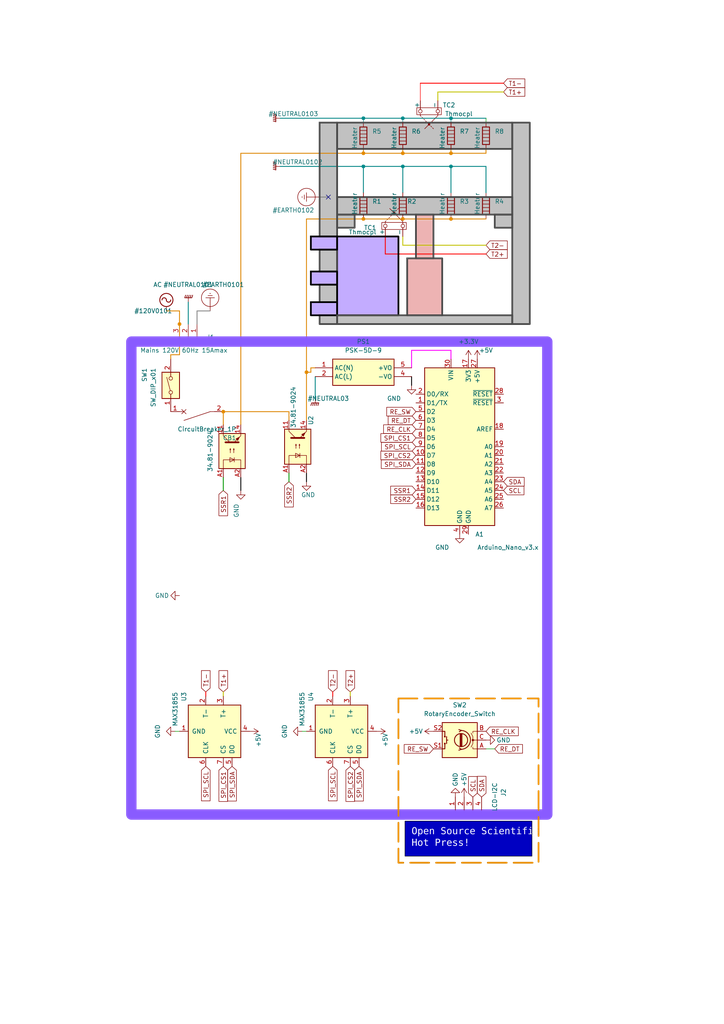
<source format=kicad_sch>
(kicad_sch (version 20230121) (generator eeschema)
  (paper "A4" portrait)
  (lib_symbols
    (symbol "Connector:Screw_Terminal_01x03" (pin_names (offset 1.016) hide)
      (property "Reference" "J" (at 0 5.08 0))
      (property "Value" "Screw_Terminal_01x03" (at 0 -5.08 0))
      (symbol "Screw_Terminal_01x03_1_1"
        (rectangle (start -1.27 3.81) (end 1.27 -3.81) (stroke (width 0.254)) (fill (type background)))
        (circle (center 0 -2.54) (radius 0.635) (stroke (width 0.1524)))
        (polyline (pts (xy -0.5334 -2.2098) (xy 0.3302 -3.048)) (stroke (width 0.1524)))
        (polyline (pts (xy -0.5334 0.3302) (xy 0.3302 -0.508)) (stroke (width 0.1524)))
        (polyline (pts (xy -0.5334 2.8702) (xy 0.3302 2.032)) (stroke (width 0.1524)))
        (polyline (pts (xy -0.3556 -2.032) (xy 0.508 -2.8702)) (stroke (width 0.1524)))
        (polyline (pts (xy -0.3556 0.508) (xy 0.508 -0.3302)) (stroke (width 0.1524)))
        (polyline (pts (xy -0.3556 3.048) (xy 0.508 2.2098)) (stroke (width 0.1524)))
        (circle (center 0 0) (radius 0.635) (stroke (width 0.1524)))
        (circle (center 0 2.54) (radius 0.635) (stroke (width 0.1524)))
        (pin passive line (at -5.08 2.54 0) (length 3.81) (name "Pin_1") (number "1"))
        (pin passive line (at -5.08 0 0) (length 3.81) (name "Pin_2") (number "2"))
        (pin passive line (at -5.08 -2.54 0) (length 3.81) (name "Pin_3") (number "3"))
      )
    )
    (symbol "Connector_Generic:Conn_01x04" (pin_names (offset 1.016) hide)
      (property "Reference" "J" (at 0 5.08 0))
      (property "Value" "Conn_01x04" (at 0 -7.62 0))
      (symbol "Conn_01x04_1_1"
        (rectangle (start -1.27 -4.953) (end 0 -5.207) (stroke (width 0.1524)))
        (rectangle (start -1.27 -2.413) (end 0 -2.667) (stroke (width 0.1524)))
        (rectangle (start -1.27 0.127) (end 0 -0.127) (stroke (width 0.1524)))
        (rectangle (start -1.27 2.667) (end 0 2.413) (stroke (width 0.1524)))
        (rectangle (start -1.27 3.81) (end 1.27 -6.35) (stroke (width 0.254)) (fill (type background)))
        (pin passive line (at -5.08 2.54 0) (length 3.81) (name "Pin_1") (number "1"))
        (pin passive line (at -5.08 0 0) (length 3.81) (name "Pin_2") (number "2"))
        (pin passive line (at -5.08 -2.54 0) (length 3.81) (name "Pin_3") (number "3"))
        (pin passive line (at -5.08 -5.08 0) (length 3.81) (name "Pin_4") (number "4"))
      )
    )
    (symbol "Device:CircuitBreaker_1P"
      (property "Reference" "CB" (at 1.905 0 0))
      (property "Value" "CircuitBreaker_1P" (at 1.905 1.905 0))
      (symbol "CircuitBreaker_1P_0_1"
        (polyline (pts (xy 0 -5.08) (xy 0 -3.81)))
        (polyline (pts (xy 0 -3.81) (xy -2.54 3.81)))
      )
      (symbol "CircuitBreaker_1P_1_1"
        (polyline (pts (xy -0.635 4.445) (xy 0.635 3.175)))
        (polyline (pts (xy 0 5.08) (xy 0 3.81)))
        (polyline (pts (xy 0.635 4.445) (xy -0.635 3.175)))
        (pin passive line (at 0 7.62 270) (length 2.54) (name "~") (number "1"))
        (pin passive line (at 0 -7.62 90) (length 2.54) (name "~") (number "2"))
      )
    )
    (symbol "Device:Heater" (pin_numbers hide) (pin_names (offset 0))
      (property "Reference" "R" (at 2.032 0 90))
      (property "Value" "Heater" (at -2.032 0 90))
      (symbol "Heater_0_1"
        (rectangle (start -1.016 -2.54) (end 1.016 2.54) (stroke (width 0.254)))
        (polyline (pts (xy -1.016 1.524) (xy 1.016 1.524)))
        (polyline (pts (xy 1.016 -1.524) (xy -1.016 -1.524)))
        (polyline (pts (xy 1.016 -0.508) (xy -1.016 -0.508)))
        (polyline (pts (xy 1.016 0.508) (xy -1.016 0.508)))
      )
      (symbol "Heater_1_1"
        (pin passive line (at 0 3.81 270) (length 1.27) (name "~") (number "1"))
        (pin passive line (at 0 -3.81 90) (length 1.27) (name "~") (number "2"))
      )
    )
    (symbol "Device:RotaryEncoder_Switch" (pin_names (offset 0.254) hide)
      (property "Reference" "SW" (at 0 6.604 0))
      (property "Value" "RotaryEncoder_Switch" (at 0 -6.604 0))
      (symbol "RotaryEncoder_Switch_0_1"
        (rectangle (start -5.08 5.08) (end 5.08 -5.08) (stroke (width 0.254)) (fill (type background)))
        (circle (center -3.81 0) (radius 0.254) (fill (type outline)))
        (circle (center -0.381 0) (radius 1.905) (stroke (width 0.254)))
        (arc (start -0.381 2.667) (mid -3.0988 -0.0635) (end -0.381 -2.794) (stroke (width 0.254)))
        (polyline (pts (xy -0.635 -1.778) (xy -0.635 1.778)) (stroke (width 0.254)))
        (polyline (pts (xy -0.381 -1.778) (xy -0.381 1.778)) (stroke (width 0.254)))
        (polyline (pts (xy -0.127 1.778) (xy -0.127 -1.778)) (stroke (width 0.254)))
        (polyline (pts (xy 3.81 0) (xy 3.429 0)) (stroke (width 0.254)))
        (polyline (pts (xy 3.81 1.016) (xy 3.81 -1.016)) (stroke (width 0.254)))
        (polyline (pts (xy -5.08 -2.54) (xy -3.81 -2.54) (xy -3.81 -2.032)))
        (polyline (pts (xy -5.08 2.54) (xy -3.81 2.54) (xy -3.81 2.032)))
        (polyline (pts (xy 0.254 -3.048) (xy -0.508 -2.794) (xy 0.127 -2.413)) (stroke (width 0.254)))
        (polyline (pts (xy 0.254 2.921) (xy -0.508 2.667) (xy 0.127 2.286)) (stroke (width 0.254)))
        (polyline (pts (xy 5.08 -2.54) (xy 4.318 -2.54) (xy 4.318 -1.016)) (stroke (width 0.254)))
        (polyline (pts (xy 5.08 2.54) (xy 4.318 2.54) (xy 4.318 1.016)) (stroke (width 0.254)))
        (polyline (pts (xy -5.08 0) (xy -3.81 0) (xy -3.81 -1.016) (xy -3.302 -2.032)))
        (polyline (pts (xy -4.318 0) (xy -3.81 0) (xy -3.81 1.016) (xy -3.302 2.032)))
        (circle (center 4.318 -1.016) (radius 0.127) (stroke (width 0.254)))
        (circle (center 4.318 1.016) (radius 0.127) (stroke (width 0.254)))
      )
      (symbol "RotaryEncoder_Switch_1_1"
        (pin passive line (at -7.62 2.54 0) (length 2.54) (name "A") (number "A"))
        (pin passive line (at -7.62 -2.54 0) (length 2.54) (name "B") (number "B"))
        (pin passive line (at -7.62 0 0) (length 2.54) (name "C") (number "C"))
        (pin passive line (at 7.62 2.54 180) (length 2.54) (name "S1") (number "S1"))
        (pin passive line (at 7.62 -2.54 180) (length 2.54) (name "S2") (number "S2"))
      )
    )
    (symbol "Device:Thermocouple_Block" (pin_numbers hide) (pin_names (offset 0))
      (property "Reference" "TC" (at -3.048 3.81 0))
      (property "Value" "Thermocouple_Block" (at -5.08 -4.064 0))
      (symbol "Thermocouple_Block_0_1"
        (circle (center -1.778 0) (radius 0.254) (fill (type outline)))
        (polyline (pts (xy -2.794 -1.016) (xy -3.048 -1.27)))
        (polyline (pts (xy -2.286 -0.508) (xy -2.54 -0.762)))
        (polyline (pts (xy -1.778 0) (xy -2.032 -0.254)))
        (polyline (pts (xy -1.27 0.508) (xy -1.524 0.254)))
        (polyline (pts (xy -0.762 1.016) (xy -1.016 0.762)))
        (polyline (pts (xy -0.254 1.524) (xy -0.508 1.27)))
        (polyline (pts (xy 0.254 2.032) (xy 0 1.778)))
        (polyline (pts (xy 0.762 2.54) (xy 0.508 2.286)))
        (polyline (pts (xy 1.27 -2.54) (xy 1.016 -2.54)))
        (polyline (pts (xy 1.27 2.54) (xy 0.762 2.54)))
        (polyline (pts (xy 1.524 -2.54) (xy 0.762 -2.54) (xy -3.048 1.27)))
        (rectangle (start 1.016 3.556) (end 3.048 -3.556))
        (circle (center 2.032 -2.54) (radius 0.508))
        (circle (center 2.032 2.54) (radius 0.508))
      )
      (symbol "Thermocouple_Block_1_1"
        (pin passive line (at 5.08 2.54 180) (length 2.54) (name "+") (number "1"))
        (pin passive line (at 5.08 -2.54 180) (length 2.54) (name "-") (number "2"))
      )
    )
    (symbol "GND_1" (power) (pin_names (offset 0))
      (property "Value" "GND_1" (at 0 -3.81 0))
      (symbol "GND_1_0_1"
        (polyline (pts (xy 0 0) (xy 0 -1.27) (xy 1.27 -1.27) (xy 0 -2.54) (xy -1.27 -1.27) (xy 0 -1.27)))
      )
      (symbol "GND_1_1_1"
        (pin power_in line (at 0 0 270) (length 0) hide (name "GND") (number "1"))
      )
    )
    (symbol "MCU_Module:Arduino_Nano_v3.x"
      (property "Reference" "A" (at -10.16 23.495 0))
      (property "Value" "Arduino_Nano_v3.x" (at 5.08 -24.13 0))
      (symbol "Arduino_Nano_v3.x_0_1"
        (rectangle (start -10.16 22.86) (end 10.16 -22.86) (stroke (width 0.254)) (fill (type background)))
      )
      (symbol "Arduino_Nano_v3.x_1_1"
        (pin bidirectional line (at -12.7 12.7 0) (length 2.54) (name "D1/TX") (number "1"))
        (pin bidirectional line (at -12.7 -2.54 0) (length 2.54) (name "D7") (number "10"))
        (pin bidirectional line (at -12.7 -5.08 0) (length 2.54) (name "D8") (number "11"))
        (pin bidirectional line (at -12.7 -7.62 0) (length 2.54) (name "D9") (number "12"))
        (pin bidirectional line (at -12.7 -10.16 0) (length 2.54) (name "D10") (number "13"))
        (pin bidirectional line (at -12.7 -12.7 0) (length 2.54) (name "D11") (number "14"))
        (pin bidirectional line (at -12.7 -15.24 0) (length 2.54) (name "D12") (number "15"))
        (pin bidirectional line (at -12.7 -17.78 0) (length 2.54) (name "D13") (number "16"))
        (pin power_out line (at 2.54 25.4 270) (length 2.54) (name "3V3") (number "17"))
        (pin input line (at 12.7 5.08 180) (length 2.54) (name "AREF") (number "18"))
        (pin bidirectional line (at 12.7 0 180) (length 2.54) (name "A0") (number "19"))
        (pin bidirectional line (at -12.7 15.24 0) (length 2.54) (name "D0/RX") (number "2"))
        (pin bidirectional line (at 12.7 -2.54 180) (length 2.54) (name "A1") (number "20"))
        (pin bidirectional line (at 12.7 -5.08 180) (length 2.54) (name "A2") (number "21"))
        (pin bidirectional line (at 12.7 -7.62 180) (length 2.54) (name "A3") (number "22"))
        (pin bidirectional line (at 12.7 -10.16 180) (length 2.54) (name "A4") (number "23"))
        (pin bidirectional line (at 12.7 -12.7 180) (length 2.54) (name "A5") (number "24"))
        (pin bidirectional line (at 12.7 -15.24 180) (length 2.54) (name "A6") (number "25"))
        (pin bidirectional line (at 12.7 -17.78 180) (length 2.54) (name "A7") (number "26"))
        (pin power_out line (at 5.08 25.4 270) (length 2.54) (name "+5V") (number "27"))
        (pin input line (at 12.7 15.24 180) (length 2.54) (name "~{RESET}") (number "28"))
        (pin power_in line (at 2.54 -25.4 90) (length 2.54) (name "GND") (number "29"))
        (pin input line (at 12.7 12.7 180) (length 2.54) (name "~{RESET}") (number "3"))
        (pin power_in line (at -2.54 25.4 270) (length 2.54) (name "VIN") (number "30"))
        (pin power_in line (at 0 -25.4 90) (length 2.54) (name "GND") (number "4"))
        (pin bidirectional line (at -12.7 10.16 0) (length 2.54) (name "D2") (number "5"))
        (pin bidirectional line (at -12.7 7.62 0) (length 2.54) (name "D3") (number "6"))
        (pin bidirectional line (at -12.7 5.08 0) (length 2.54) (name "D4") (number "7"))
        (pin bidirectional line (at -12.7 2.54 0) (length 2.54) (name "D5") (number "8"))
        (pin bidirectional line (at -12.7 0 0) (length 2.54) (name "D6") (number "9"))
      )
    )
    (symbol "Relay_SolidState:34.81-9024"
      (property "Reference" "U" (at -5.08 5.08 0))
      (property "Value" "34.81-9024" (at 0 5.08 0))
      (symbol "34.81-9024_0_1"
        (rectangle (start -5.08 3.81) (end 5.08 -3.81) (stroke (width 0.254)) (fill (type background)))
        (polyline (pts (xy -3.175 -0.635) (xy -1.905 -0.635)))
        (polyline (pts (xy 2.54 1.905) (xy 2.54 -1.905) (xy 2.54 -1.905)) (stroke (width 0.508)))
        (polyline (pts (xy -5.08 2.54) (xy -2.54 2.54) (xy -2.54 -2.54) (xy -5.08 -2.54)))
        (polyline (pts (xy -2.54 -0.635) (xy -3.175 0.635) (xy -1.905 0.635) (xy -2.54 -0.635)))
        (polyline (pts (xy -0.508 -0.508) (xy 0.762 -0.508) (xy 0.381 -0.635) (xy 0.381 -0.381) (xy 0.762 -0.508)))
        (polyline (pts (xy -0.508 0.508) (xy 0.762 0.508) (xy 0.381 0.381) (xy 0.381 0.635) (xy 0.762 0.508)))
        (polyline (pts (xy 3.048 -1.651) (xy 3.556 -1.143) (xy 4.064 -2.159) (xy 3.048 -1.651) (xy 3.048 -1.651)) (fill (type outline)))
        (polyline (pts (xy 5.08 2.54) (xy 4.445 2.54) (xy 2.54 0.635) (xy 2.54 -0.635) (xy 4.445 -2.54) (xy 5.08 -2.54)))
      )
      (symbol "34.81-9024_1_1"
        (pin passive line (at 7.62 2.54 180) (length 2.54) (name "~") (number "11"))
        (pin passive line (at 7.62 -2.54 180) (length 2.54) (name "~") (number "14"))
        (pin passive line (at -7.62 2.54 0) (length 2.54) (name "~") (number "A1"))
        (pin passive line (at -7.62 -2.54 0) (length 2.54) (name "~") (number "A2"))
      )
    )
    (symbol "SamacSys_Parts:PSK-5D-9"
      (property "Reference" "PS" (at 24.13 7.62 0))
      (property "Value" "PSK-5D-9" (at 24.13 5.08 0))
      (symbol "PSK-5D-9_1_1"
        (rectangle (start 5.08 2.54) (end 22.86 -5.08) (stroke (width 0.254)) (fill (type background)))
        (pin passive line (at 0 0 0) (length 5.08) (name "AC(N)") (number "1"))
        (pin passive line (at 0 -2.54 0) (length 5.08) (name "AC(L)") (number "2"))
        (pin passive line (at 27.94 -2.54 180) (length 5.08) (name "-VO") (number "4"))
        (pin passive line (at 27.94 0 180) (length 5.08) (name "+VO") (number "5"))
      )
    )
    (symbol "Sensor_Temperature:MAX31855EASA" (pin_names (offset 1.016))
      (property "Reference" "U1" (at -11.43 -8.89 0))
      (property "Value" "MAX31855" (at -11.43 -11.43 0))
      (symbol "MAX31855EASA_0_1"
        (rectangle (start -7.62 7.62) (end 7.62 -7.62) (stroke (width 0.254)) (fill (type background)))
      )
      (symbol "MAX31855EASA_1_1"
        (pin power_in line (at 0 -10.16 90) (length 2.54) (name "GND") (number "1"))
        (pin passive line (at -10.16 -2.54 0) (length 2.54) (name "T-") (number "2"))
        (pin passive line (at -10.16 2.54 0) (length 2.54) (name "T+") (number "3"))
        (pin power_in line (at 0 10.16 270) (length 2.54) (name "VCC") (number "4"))
        (pin input line (at 10.16 5.08 180) (length 2.54) (name "DO") (number "5"))
        (pin input line (at 10.16 -2.54 180) (length 2.54) (name "CLK") (number "6"))
        (pin tri_state line (at 10.16 2.54 180) (length 2.54) (name "CS") (number "7"))
      )
    )
    (symbol "Switch:SW_DIP_x01" (pin_names (offset 0) hide)
      (property "Reference" "SW" (at 0 3.81 0))
      (property "Value" "SW_DIP_x01" (at 0 -3.81 0))
      (symbol "SW_DIP_x01_0_0"
        (circle (center -2.032 0) (radius 0.508))
        (polyline (pts (xy -1.524 0.127) (xy 2.3622 1.1684)))
        (circle (center 2.032 0) (radius 0.508))
      )
      (symbol "SW_DIP_x01_0_1"
        (rectangle (start -3.81 2.54) (end 3.81 -2.54) (stroke (width 0.254)) (fill (type background)))
      )
      (symbol "SW_DIP_x01_1_1"
        (pin passive line (at -7.62 0 0) (length 5.08) (name "~") (number "1"))
        (pin passive line (at 7.62 0 180) (length 5.08) (name "~") (number "2"))
      )
    )
    (symbol "power:+3.3V" (power) (pin_names (offset 0))
      (property "Value" "+3.3V" (at 0 3.556 0))
      (symbol "+3.3V_0_1"
        (polyline (pts (xy -0.762 1.27) (xy 0 2.54)))
        (polyline (pts (xy 0 0) (xy 0 2.54)))
        (polyline (pts (xy 0 2.54) (xy 0.762 1.27)))
      )
      (symbol "+3.3V_1_1"
        (pin power_in line (at 0 0 90) (length 0) hide (name "+3.3V") (number "1"))
      )
    )
    (symbol "power:+5V" (power) (pin_names (offset 0))
      (property "Value" "+5V" (at 0 3.556 0))
      (symbol "+5V_0_1"
        (polyline (pts (xy -0.762 1.27) (xy 0 2.54)))
        (polyline (pts (xy 0 0) (xy 0 2.54)))
        (polyline (pts (xy 0 2.54) (xy 0.762 1.27)))
      )
      (symbol "+5V_1_1"
        (pin power_in line (at 0 0 90) (length 0) hide (name "+5V") (number "1"))
      )
    )
    (symbol "power:AC" (power) (pin_names (offset 0))
      (property "Value" "AC" (at 0 6.35 0))
      (symbol "AC_0_1"
        (polyline (pts (xy 0 0) (xy 0 1.27)))
        (arc (start 0 3.175) (mid -0.635 3.8073) (end -1.27 3.175) (stroke (width 0.254)))
        (arc (start 0 3.175) (mid 0.635 2.5427) (end 1.27 3.175) (stroke (width 0.254)))
        (circle (center 0 3.175) (radius 1.905) (stroke (width 0.254)))
      )
      (symbol "AC_1_1"
        (pin power_in line (at 0 0 90) (length 0) hide (name "AC") (number "1"))
      )
    )
    (symbol "power:Earth_Protective" (power) (pin_names (offset 0))
      (symbol "Earth_Protective_0_1"
        (circle (center 0 -3.81) (radius 2.54))
        (polyline (pts (xy -0.635 -4.445) (xy 0.635 -4.445)))
        (polyline (pts (xy -0.127 -5.08) (xy 0.127 -5.08)))
        (polyline (pts (xy 0 -3.81) (xy 0 0)))
        (polyline (pts (xy 1.27 -3.81) (xy -1.27 -3.81)))
      )
      (symbol "Earth_Protective_1_1"
        (pin power_in line (at 0 0 270) (length 0) hide (name "Earth_Protective") (number "1"))
      )
    )
    (symbol "power:GND" (power) (pin_names (offset 0))
      (property "Value" "GND" (at 0 -3.81 0))
      (symbol "GND_0_1"
        (polyline (pts (xy 0 0) (xy 0 -1.27) (xy 1.27 -1.27) (xy 0 -2.54) (xy -1.27 -1.27) (xy 0 -1.27)))
      )
      (symbol "GND_1_1"
        (pin power_in line (at 0 0 270) (length 0) hide (name "GND") (number "1"))
      )
    )
    (symbol "power:GNDPWR" (power) (pin_names (offset 0))
      (property "Value" "GNDPWR" (at 0 -3.302 0))
      (symbol "GNDPWR_0_1"
        (polyline (pts (xy 0 -1.27) (xy 0 0)))
        (polyline (pts (xy -1.016 -1.27) (xy -1.27 -2.032) (xy -1.27 -2.032)) (stroke (width 0.2032)))
        (polyline (pts (xy -0.508 -1.27) (xy -0.762 -2.032) (xy -0.762 -2.032)) (stroke (width 0.2032)))
        (polyline (pts (xy 0 -1.27) (xy -0.254 -2.032) (xy -0.254 -2.032)) (stroke (width 0.2032)))
        (polyline (pts (xy 0.508 -1.27) (xy 0.254 -2.032) (xy 0.254 -2.032)) (stroke (width 0.2032)))
        (polyline (pts (xy 1.016 -1.27) (xy -1.016 -1.27) (xy -1.016 -1.27)) (stroke (width 0.2032)))
        (polyline (pts (xy 1.016 -1.27) (xy 0.762 -2.032) (xy 0.762 -2.032) (xy 0.762 -2.032)) (stroke (width 0.2032)))
      )
      (symbol "GNDPWR_1_1"
        (pin power_in line (at 0 0 270) (length 0) hide (name "GNDPWR") (number "1"))
      )
    )
  )
  (junction (at 116.84 44.45) (color 221 133 0 1))
  (junction (at 88.9 107.95) (color 221 133 0 1))
  (junction (at 64.77 119.38) (color 221 133 0 1))
  (junction (at 130.81 48.26) (color 0 132 132 1))
  (junction (at 130.81 34.29) (color 0 132 132 1))
  (junction (at 116.84 34.29) (color 0 132 132 1))
  (junction (at 105.41 34.29) (color 0 132 132 1))
  (junction (at 52.07 93.98) (color 221 133 0 1))
  (junction (at 130.81 63.5) (color 221 133 0 1))
  (junction (at 105.41 63.5) (color 221 133 0 1))
  (junction (at 105.41 44.45) (color 221 133 0 1))
  (junction (at 130.81 44.45) (color 221 133 0 1))
  (junction (at 116.84 63.5) (color 221 133 0 1))
  (junction (at 116.84 48.26) (color 0 132 132 1))
  (junction (at 105.41 48.26) (color 0 132 132 1))
  (no_connect (at 95.25 57.15))
  (wire (pts (xy 140.97 44.45) (xy 130.81 44.45)) (stroke (width 0.25) (color 221 133 0 1)))
  (wire (pts (xy 116.84 34.29) (xy 130.81 34.29)) (stroke (width 0.25) (color 0 132 132 1)))
  (wire (pts (xy 140.97 44.45) (xy 140.97 43.18)) (stroke (width 0.25) (color 221 133 0 1)))
  (wire (pts (xy 69.85 142.24) (xy 69.85 138.43)) (stroke (width 0.25) (color 0 0 0 1)))
  (wire (pts (xy 96.52 200.66) (xy 96.52 201.93)) (stroke (width 0.25) (color 255 0 0 1)))
  (wire (pts (xy 64.77 200.66) (xy 64.77 201.93)) (stroke (width 0.25) (color 194 194 0 1)))
  (wire (pts (xy 50.8 212.09) (xy 52.07 212.09)))
  (wire (pts (xy 81.28 48.26) (xy 105.41 48.26)) (stroke (width 0.25) (color 0 132 132 1)))
  (wire (pts (xy 121.92 29.21) (xy 121.92 24.13)) (stroke (width 0) (color 255 0 0 1)))
  (wire (pts (xy 52.07 102.87) (xy 52.07 93.98)) (stroke (width 0.25) (color 221 133 0 1)))
  (wire (pts (xy 91.44 115.57) (xy 91.44 109.22)) (stroke (width 0.25) (color 0 132 132 1)))
  (wire (pts (xy 64.77 142.24) (xy 64.77 138.43)) (stroke (width 0.25)))
  (wire (pts (xy 116.84 43.18) (xy 116.84 44.45)) (stroke (width 0.25) (color 221 133 0 1)))
  (wire (pts (xy 116.84 63.5) (xy 130.81 63.5)) (stroke (width 0.25) (color 221 133 0 1)))
  (wire (pts (xy 130.81 44.45) (xy 116.84 44.45)) (stroke (width 0.25) (color 221 133 0 1)))
  (wire (pts (xy 88.9 107.95) (xy 88.9 121.92)) (stroke (width 0.25) (color 221 133 0 1)))
  (wire (pts (xy 130.81 43.18) (xy 130.81 44.45)) (stroke (width 0.25) (color 221 133 0 1)))
  (wire (pts (xy 88.9 139.7) (xy 88.9 137.16)) (stroke (width 0.25) (color 0 0 0 1)))
  (wire (pts (xy 91.44 106.68) (xy 90.17 106.68)) (stroke (width 0.25) (color 221 133 0 1)))
  (wire (pts (xy 105.41 48.26) (xy 116.84 48.26)) (stroke (width 0.25) (color 0 132 132 1)))
  (wire (pts (xy 116.84 71.12) (xy 116.84 68.58)) (stroke (width 0.25) (color 194 194 0 1)))
  (wire (pts (xy 83.82 121.92) (xy 83.82 119.38)) (stroke (width 0.25) (color 221 133 0 1)))
  (wire (pts (xy 130.81 101.6) (xy 130.81 104.14)) (stroke (width 0.25) (color 255 0 255 1)))
  (wire (pts (xy 116.84 34.29) (xy 116.84 35.56)) (stroke (width 0) (color 0 132 132 1)))
  (wire (pts (xy 69.85 44.45) (xy 69.85 123.19)) (stroke (width 0.25) (color 221 133 0 1)))
  (wire (pts (xy 49.53 104.14) (xy 49.53 102.87)) (stroke (width 0.25) (color 221 133 0 1)))
  (wire (pts (xy 69.85 44.45) (xy 105.41 44.45)) (stroke (width 0.25) (color 221 133 0 1)))
  (wire (pts (xy 90.17 106.68) (xy 90.17 107.95)) (stroke (width 0.25) (color 221 133 0 1)))
  (wire (pts (xy 54.61 87.63) (xy 54.61 93.98)) (stroke (width 0.25) (color 0 132 132 1)))
  (wire (pts (xy 140.97 71.12) (xy 116.84 71.12)) (stroke (width 0.25) (color 194 194 0 1)))
  (wire (pts (xy 140.97 55.88) (xy 140.97 48.26)) (stroke (width 0.25) (color 0 132 132 1)))
  (wire (pts (xy 88.9 63.5) (xy 105.41 63.5)) (stroke (width 0.25) (color 221 133 0 1)))
  (wire (pts (xy 116.84 48.26) (xy 130.81 48.26)) (stroke (width 0.25) (color 0 132 132 1)))
  (wire (pts (xy 140.97 35.56) (xy 140.97 34.29)))
  (wire (pts (xy 130.81 63.5) (xy 140.97 63.5)) (stroke (width 0.25) (color 221 133 0 1)))
  (wire (pts (xy 111.76 68.58) (xy 111.76 73.66)) (stroke (width 0.25) (color 255 0 0 1)))
  (wire (pts (xy 88.9 107.95) (xy 90.17 107.95)) (stroke (width 0.25) (color 221 133 0 1)))
  (wire (pts (xy 127 26.67) (xy 146.05 26.67)) (stroke (width 0.25) (color 194 194 0 1)))
  (wire (pts (xy 59.69 200.66) (xy 59.69 201.93)) (stroke (width 0.25) (color 255 0 0 1)))
  (wire (pts (xy 130.81 34.29) (xy 140.97 34.29)) (stroke (width 0.25) (color 0 132 132 1)))
  (wire (pts (xy 87.63 212.09) (xy 88.9 212.09)))
  (wire (pts (xy 48.26 90.17) (xy 52.07 90.17)) (stroke (width 0.25) (color 221 133 0 1)))
  (wire (pts (xy 119.38 109.22) (xy 119.38 111.76)) (stroke (width 0.25) (color 0 0 0 1)))
  (wire (pts (xy 64.77 119.38) (xy 64.77 123.19)) (stroke (width 0.25) (color 221 133 0 1)))
  (wire (pts (xy 101.6 200.66) (xy 101.6 201.93)) (stroke (width 0.25) (color 194 194 0 1)))
  (wire (pts (xy 64.77 119.38) (xy 83.82 119.38)) (stroke (width 0.25) (color 221 133 0 1)))
  (wire (pts (xy 92.71 57.15) (xy 95.25 57.15)) (stroke (width 0.25) (color 132 132 132 1)))
  (wire (pts (xy 60.96 90.17) (xy 57.15 90.17)) (stroke (width 0.25) (color 132 132 132 1)))
  (wire (pts (xy 116.84 48.26) (xy 116.84 55.88)) (stroke (width 0.25) (color 0 132 132 1)))
  (wire (pts (xy 119.38 106.68) (xy 119.38 101.6)) (stroke (width 0.25) (color 255 0 255 1)))
  (wire (pts (xy 105.41 43.18) (xy 105.41 44.45)) (stroke (width 0.25) (color 221 133 0 1)))
  (wire (pts (xy 111.76 73.66) (xy 140.97 73.66)) (stroke (width 0.25) (color 255 0 0 1)))
  (wire (pts (xy 57.15 90.17) (xy 57.15 93.98)) (stroke (width 0.25) (color 132 132 132 1)))
  (wire (pts (xy 52.07 90.17) (xy 52.07 93.98)) (stroke (width 0.25) (color 221 133 0 1)))
  (wire (pts (xy 105.41 48.26) (xy 105.41 55.88)) (stroke (width 0.25) (color 0 132 132 1)))
  (wire (pts (xy 49.53 102.87) (xy 52.07 102.87)) (stroke (width 0.25) (color 221 133 0 1)))
  (wire (pts (xy 130.81 48.26) (xy 130.81 55.88)) (stroke (width 0.25) (color 0 132 132 1)))
  (wire (pts (xy 83.82 139.7) (xy 83.82 137.16)) (stroke (width 0.25)))
  (wire (pts (xy 130.81 34.29) (xy 130.81 35.56)) (stroke (width 0) (color 0 132 132 1)))
  (wire (pts (xy 140.97 217.17) (xy 143.51 217.17)))
  (wire (pts (xy 119.38 101.6) (xy 130.81 101.6)) (stroke (width 0.25) (color 255 0 255 1)))
  (wire (pts (xy 121.92 24.13) (xy 146.05 24.13)) (stroke (width 0.25) (color 255 0 0 1)))
  (wire (pts (xy 105.41 34.29) (xy 116.84 34.29)) (stroke (width 0.25) (color 0 132 132 1)))
  (wire (pts (xy 116.84 44.45) (xy 105.41 44.45)) (stroke (width 0.25) (color 221 133 0 1)))
  (wire (pts (xy 81.28 34.29) (xy 105.41 34.29)) (stroke (width 0.25) (color 0 132 132 1)))
  (wire (pts (xy 105.41 63.5) (xy 116.84 63.5)) (stroke (width 0.25) (color 221 133 0 1)))
  (wire (pts (xy 88.9 63.5) (xy 88.9 107.95)) (stroke (width 0.25) (color 221 133 0 1)))
  (wire (pts (xy 130.81 48.26) (xy 140.97 48.26)) (stroke (width 0.25) (color 0 132 132 1)))
  (wire (pts (xy 127 26.67) (xy 127 29.21)) (stroke (width 0.25) (color 194 194 0 1)))
  (wire (pts (xy 105.41 34.29) (xy 105.41 35.56)) (stroke (width 0) (color 0 132 132 1)))
  (rectangle (start 120.65 62.23) (end 125.73 74.93) (stroke (width 0.5) (color 72 72 72 0.5)) (fill (type color) (color 194 0 0 0.3)))
  (rectangle (start 97.79 62.23) (end 102.87 66.04) (stroke (width 0.5) (color 72 72 72 0.3)) (fill (type color) (color 132 132 132 0.5)))
  (rectangle (start 90.17 78.74) (end 97.79 82.55) (stroke (width 0.5) (color 0 0 0 0.3)) (fill (type color) (color 137 91 255 0.5)))
  (rectangle (start 143.51 62.23) (end 148.59 66.04) (stroke (width 0.5) (color 72 72 72 0.3)) (fill (type color) (color 132 132 132 0.5)))
  (rectangle (start 115.57 202.5579) (end 156.21 250.19) (stroke (width 0.5) (type dash) (color 221 133 0 1)))
  (rectangle (start 97.79 68.58) (end 115.57 91.44) (stroke (width 0.5) (color 0 0 0 0.3)) (fill (type color) (color 137 91 255 0.5)))
  (rectangle (start 148.59 35.56) (end 153.67 93.98) (stroke (width 0.5) (color 72 72 72 0.3)) (fill (type color) (color 132 132 132 0.5)))
  (rectangle (start 38.1 99.06) (end 158.75 236.22) (stroke (width 3) (color 137 91 255 0.5490196078)))
  (rectangle (start 97.79 57.15) (end 148.59 62.23) (stroke (width 0.5) (color 72 72 72 0.3)) (fill (type color) (color 132 132 132 0.5)))
  (rectangle (start 118.11 74.93) (end 128.27 91.44) (stroke (width 0.5) (color 72 72 72 0.5)) (fill (type color) (color 194 0 0 0.3)))
  (rectangle (start 97.79 91.44) (end 148.59 93.98) (stroke (width 0.5) (color 72 72 72 0.3)) (fill (type color) (color 132 132 132 0.5)))
  (rectangle (start 92.71 35.56) (end 97.79 68.58) (stroke (width 0.5) (color 72 72 72 0.3)) (fill (type color) (color 132 132 132 0.5)))
  (rectangle (start 92.71 72.39) (end 97.79 78.74) (stroke (width 0.5) (color 72 72 72 0.3)) (fill (type color) (color 132 132 132 0.5)))
  (rectangle (start 97.79 35.56) (end 148.59 43.18) (stroke (width 0.5) (color 72 72 72 0.3)) (fill (type color) (color 132 132 132 0.5)))
  (rectangle (start 90.17 87.63) (end 97.79 91.44) (stroke (width 0.5) (color 0 0 0 0.3)) (fill (type color) (color 137 91 255 0.5)))
  (rectangle (start 154.305 238.125) (end 117.475 248.285) (stroke (width 0) (color 0 0 0 1)) (fill (type color) (color 0 0 194 1)))
  (rectangle (start 90.17 68.58) (end 97.79 72.39) (stroke (width 0.5) (color 0 0 0 0.3)) (fill (type color) (color 137 91 255 0.5)))
  (rectangle (start 92.71 91.44) (end 97.79 93.98) (stroke (width 0.5) (color 72 72 72 0.3)) (fill (type color) (color 132 132 132 0.5)))
  (rectangle (start 92.71 82.55) (end 97.79 87.63) (stroke (width 0.5) (color 72 72 72 0.3)) (fill (type color) (color 132 132 132 0.5)))
  (text "Open Source Scientific\nHot Press!" (at 119.38 246.38 0) (effects (font (size 2 2)) (justify left bottom)))
  (global_label "T1+" (shape input) (at 64.77 200.66 90) (property "Intersheetrefs" "${INTERSHEET_REFS}" (effects hide)))
  (global_label "SCL" (shape input) (at 146.05 142.24 0) (property "Intersheetrefs" "${INTERSHEET_REFS}" (effects hide)))
  (global_label "T2+" (shape input) (at 140.97 73.66 0) (property "Intersheetrefs" "${INTERSHEET_REFS}" (effects hide)))
  (global_label "SDA" (shape input) (at 139.7 231.14 90) (property "Intersheetrefs" "${INTERSHEET_REFS}" (effects hide)))
  (global_label "T2-" (shape input) (at 96.52 200.66 90) (property "Intersheetrefs" "${INTERSHEET_REFS}" (effects hide)))
  (global_label "SSR1" (shape input) (at 64.77 142.24 270) (property "Intersheetrefs" "${INTERSHEET_REFS}" (effects hide)))
  (global_label "SPI_SCL" (shape input) (at 120.65 129.54 180) (property "Intersheetrefs" "${INTERSHEET_REFS}" (effects hide)))
  (global_label "SPI_SDA" (shape input) (at 120.65 134.62 180) (property "Intersheetrefs" "${INTERSHEET_REFS}" (effects hide)))
  (global_label "RE_CLK" (shape input) (at 140.97 212.09 0) (property "Intersheetrefs" "${INTERSHEET_REFS}" (effects hide)))
  (global_label "SPI_SDA" (shape input) (at 67.31 222.25 270) (property "Intersheetrefs" "${INTERSHEET_REFS}" (effects hide)))
  (global_label "SCL" (shape input) (at 137.16 231.14 90) (property "Intersheetrefs" "${INTERSHEET_REFS}" (effects hide)))
  (global_label "T2+" (shape input) (at 101.6 200.66 90) (property "Intersheetrefs" "${INTERSHEET_REFS}" (effects hide)))
  (global_label "SPI_SCL" (shape input) (at 59.69 222.25 270) (property "Intersheetrefs" "${INTERSHEET_REFS}" (effects hide)))
  (global_label "RE_CLK" (shape input) (at 120.65 124.46 180) (property "Intersheetrefs" "${INTERSHEET_REFS}" (effects hide)))
  (global_label "SPI_CS1" (shape input) (at 120.65 127 180) (property "Intersheetrefs" "${INTERSHEET_REFS}" (effects hide)))
  (global_label "SSR2" (shape input) (at 120.65 144.78 180) (property "Intersheetrefs" "${INTERSHEET_REFS}" (effects hide)))
  (global_label "SPI_CS2" (shape input) (at 101.6 222.25 270) (property "Intersheetrefs" "${INTERSHEET_REFS}" (effects hide)))
  (global_label "RE_DT" (shape input) (at 120.65 121.92 180) (property "Intersheetrefs" "${INTERSHEET_REFS}" (effects hide)))
  (global_label "SPI_CS2" (shape input) (at 120.65 132.08 180) (property "Intersheetrefs" "${INTERSHEET_REFS}" (effects hide)))
  (global_label "SSR1" (shape input) (at 120.65 142.24 180) (property "Intersheetrefs" "${INTERSHEET_REFS}" (effects hide)))
  (global_label "T2-" (shape input) (at 140.97 71.12 0) (property "Intersheetrefs" "${INTERSHEET_REFS}" (effects hide)))
  (global_label "SPI_SCL" (shape input) (at 96.52 222.25 270) (property "Intersheetrefs" "${INTERSHEET_REFS}" (effects hide)))
  (global_label "T1-" (shape input) (at 59.69 200.66 90) (property "Intersheetrefs" "${INTERSHEET_REFS}" (effects hide)))
  (global_label "SPI_SDA" (shape input) (at 104.14 222.25 270) (property "Intersheetrefs" "${INTERSHEET_REFS}" (effects hide)))
  (global_label "RE_DT" (shape input) (at 143.51 217.17 0) (property "Intersheetrefs" "${INTERSHEET_REFS}" (effects hide)))
  (global_label "SDA" (shape input) (at 146.05 139.7 0) (property "Intersheetrefs" "${INTERSHEET_REFS}" (effects hide)))
  (global_label "RE_SW" (shape input) (at 125.73 217.17 180) (property "Intersheetrefs" "${INTERSHEET_REFS}" (effects hide)))
  (global_label "T1-" (shape input) (at 146.05 24.13 0) (property "Intersheetrefs" "${INTERSHEET_REFS}" (effects hide)))
  (global_label "T1+" (shape input) (at 146.05 26.67 0) (property "Intersheetrefs" "${INTERSHEET_REFS}" (effects hide)))
  (global_label "RE_SW" (shape input) (at 120.65 119.38 180) (property "Intersheetrefs" "${INTERSHEET_REFS}" (effects hide)))
  (global_label "SSR2" (shape input) (at 83.82 139.7 270) (property "Intersheetrefs" "${INTERSHEET_REFS}" (effects hide)))
  (global_label "SPI_CS1" (shape input) (at 64.77 222.25 270) (property "Intersheetrefs" "${INTERSHEET_REFS}" (effects hide)))
  (symbol (lib_id "Device:Thermocouple_Block") (at 114.3 63.5 90) (mirror x) (unit 1)
    (property "Reference" "TC1" (at 109.22 66.04 90) (effects (justify left)))
    (property "Value" "Thmocpl" (at 109.22 67.31 90) (effects (justify left)))
  )
  (symbol (lib_id "Device:RotaryEncoder_Switch") (at 133.35 214.63 180) (unit 1)
    (property "Reference" "SW2" (at 133.35 204.47 0))
    (property "Value" "RotaryEncoder_Switch" (at 133.35 207.01 0))
  )
  (symbol (lib_id "SamacSys_Parts:PSK-5D-9") (at 91.44 106.68 0) (unit 1)
    (property "Reference" "PS1" (at 105.41 99.06 0))
    (property "Value" "PSK-5D-9" (at 105.41 101.6 0))
    (property "Footprint" "Converter_ACDC:Converter_ACDC_HiLink_HLK-5Mxx" (effects hide))
    (property "Height" "18.1" (effects hide))
    (property "Mouser Part Number" "490-PSK-5D-9" (effects hide))
    (property "Mouser Price/Stock" "https://www.mouser.co.uk/ProductDetail/CUI-Inc/PSK-5D-9?qs=DRkmTr78QAS7xBfnsfADZA%3D%3D" (effects hide))
    (property "Manufacturer_Name" "CUI Inc." (effects hide))
    (property "Manufacturer_Part_Number" "PSK-5D-9" (effects hide))
  )
  (symbol (lib_id "Device:Heater") (at 130.81 39.37 0) (unit 1)
    (property "Reference" "R7" (at 133.35 38.1 0) (effects (justify left)))
    (property "Value" "Heater" (at 128.27 43.18 90) (effects (justify left)))
  )
  (symbol (lib_id "power:Earth_Protective") (at 60.96 90.17 180) (unit 1)
    (property "Reference" "#EARTH0101" (at 64.77 82.55 0))
    (property "Value" "Earth_Protective" (effects hide))
  )
  (symbol (lib_id "Connector_Generic:Conn_01x04") (at 134.62 236.22 90) (mirror x) (unit 1)
    (property "Reference" "J2" (at 146.05 229.87 0))
    (property "Value" "LCD-I2C" (at 143.51 231.14 0))
    (property "Footprint" "Connector_PinSocket_2.54mm:PinSocket_1x04_P2.54mm_Vertical" (effects hide))
  )
  (symbol (lib_id "Device:Heater") (at 105.41 59.69 0) (unit 1)
    (property "Reference" "R1" (at 107.95 58.42 0) (effects (justify left)))
    (property "Value" "Heater" (at 102.87 62.23 90) (effects (justify left)))
  )
  (symbol (lib_id "Device:Thermocouple_Block") (at 124.46 34.29 90) (unit 1)
    (property "Reference" "TC2" (at 132.08 30.48 90) (effects (justify left)))
    (property "Value" "Thmocpl" (at 137.16 33.02 90) (effects (justify left)))
  )
  (symbol (lib_id "Sensor_Temperature:MAX31855EASA") (at 99.06 212.09 270) (unit 1)
    (property "Reference" "U4" (at 90.17 200.66 0) (effects (justify left)))
    (property "Value" "MAX31855" (at 87.63 200.66 0) (effects (justify left)))
    (property "Footprint" "Package_SO:SOIC-8_3.9x4.9mm_P1.27mm" (effects hide))
    (property "Datasheet" "http://datasheets.maximintegrated.com/en/ds/MAX31855.pdf" (effects hide))
  )
  (symbol (lib_id "Relay_SolidState:34.81-9024") (at 67.31 130.81 90) (unit 1)
    (property "Reference" "U1" (effects hide))
    (property "Value" "34.81-9024" (at 60.96 130.81 0))
    (property "Footprint" "OptoDevice:Finder_34.81" (effects hide))
    (property "Datasheet" "http://www.us.liteon.com/downloads/LTV-817-827-847.PDF" (effects hide))
  )
  (symbol (lib_id "Sensor_Temperature:MAX31855EASA") (at 62.23 212.09 270) (unit 1)
    (property "Reference" "U3" (at 53.34 200.66 0) (effects (justify left)))
    (property "Value" "MAX31855" (at 50.8 200.66 0) (effects (justify left)))
    (property "Footprint" "Package_SO:SOIC-8_3.9x4.9mm_P1.27mm" (effects hide))
    (property "Datasheet" "http://datasheets.maximintegrated.com/en/ds/MAX31855.pdf" (effects hide))
  )
  (symbol (lib_id "power:+5V") (at 109.22 212.09 270) (unit 1)
    (property "Reference" "#PWR05" (effects hide))
    (property "Value" "+5V" (at 111.76 214.63 0))
  )
  (symbol (lib_id "power:GND") (at 69.85 142.24 0) (unit 1)
    (property "Reference" "#PWR014" (effects hide))
    (property "Value" "GND" (at 68.58 146.05 90) (effects (justify right)))
  )
  (symbol (lib_id "power:GNDPWR") (at 91.44 115.57 0) (unit 1)
    (property "Reference" "#NEUTRAL03" (at 95.25 115.57 0))
    (property "Value" "GNDPWR" (effects hide))
  )
  (symbol (lib_id "power:+5V") (at 138.43 104.14 0) (unit 1)
    (property "Reference" "#PWR01" (effects hide))
    (property "Value" "+5V" (at 140.97 101.6 0))
  )
  (symbol (lib_id "power:GNDPWR") (at 81.28 34.29 270) (unit 1)
    (property "Reference" "#NEUTRAL0103" (at 85.09 33.02 90))
    (property "Value" "GNDPWR" (effects hide))
  )
  (symbol (lib_id "power:+5V") (at 134.62 231.14 0) (mirror y) (unit 1)
    (property "Reference" "#PWR016" (effects hide))
    (property "Value" "+5V" (at 134.62 226.06 90))
  )
  (symbol (lib_id "power:Earth_Protective") (at 92.71 57.15 270) (unit 1)
    (property "Reference" "#EARTH0102" (at 85.09 60.96 90))
    (property "Value" "Earth_Protective" (effects hide))
  )
  (symbol (lib_id "power:AC") (at 48.26 90.17 0) (unit 1)
    (property "Reference" "#120V0101" (at 44.45 90.17 0))
    (property "Value" "AC" (at 45.72 82.55 0))
  )
  (symbol (lib_id "Device:Heater") (at 105.41 39.37 0) (unit 1)
    (property "Reference" "R5" (at 107.95 38.1 0) (effects (justify left)))
    (property "Value" "Heater" (at 102.87 43.18 90) (effects (justify left)))
  )
  (symbol (lib_id "power:GND") (at 140.97 214.63 90) (mirror x) (unit 1)
    (property "Reference" "#PWR019" (effects hide))
    (property "Value" "GND" (at 146.05 214.63 90))
  )
  (symbol (lib_id "Switch:SW_DIP_x01") (at 49.53 111.76 90) (unit 1)
    (property "Reference" "SW1" (at 41.91 106.68 0) (effects (justify right)))
    (property "Value" "SW_DIP_x01" (at 44.45 106.68 0) (effects (justify right)))
  )
  (symbol (lib_id "power:GNDPWR") (at 54.61 87.63 180) (unit 1)
    (property "Reference" "#NEUTRAL0101" (at 54.61 82.55 0))
    (property "Value" "GNDPWR" (effects hide))
  )
  (symbol (lib_id "power:GND") (at 88.9 139.7 0) (unit 1)
    (property "Reference" "#PWR013" (effects hide))
    (property "Value" "GND" (at 91.44 143.51 0) (effects (justify right)))
  )
  (symbol (lib_name "GND_1") (lib_id "power:GND") (at 133.35 154.94 0) (unit 1)
    (property "Reference" "#PWR03" (effects hide))
    (property "Value" "GND" (at 128.27 158.75 0))
  )
  (symbol (lib_id "Device:Heater") (at 130.81 59.69 0) (unit 1)
    (property "Reference" "R3" (at 133.35 58.42 0) (effects (justify left)))
    (property "Value" "Heater" (at 128.27 62.23 90) (effects (justify left)))
  )
  (symbol (lib_id "Device:Heater") (at 116.84 39.37 0) (unit 1)
    (property "Reference" "R6" (at 119.38 38.1 0) (effects (justify left)))
    (property "Value" "Heater" (at 114.3 43.18 90) (effects (justify left)))
  )
  (symbol (lib_id "Device:CircuitBreaker_1P") (at 57.15 119.38 90) (unit 1)
    (property "Reference" "CB1" (at 68.58 127 90) (effects (justify left)))
    (property "Value" "CircuitBreaker_1P" (at 68.58 124.46 90) (effects (justify left)))
  )
  (symbol (lib_id "power:+5V") (at 72.39 212.09 270) (unit 1)
    (property "Reference" "#PWR04" (effects hide))
    (property "Value" "+5V" (at 74.93 214.63 0))
  )
  (symbol (lib_id "power:GND") (at 87.63 212.09 270) (mirror x) (unit 1)
    (property "Reference" "#PWR06" (effects hide))
    (property "Value" "GND" (at 82.55 212.09 0))
  )
  (symbol (lib_id "power:GND") (at 50.8 212.09 270) (mirror x) (unit 1)
    (property "Reference" "#PWR02" (effects hide))
    (property "Value" "GND" (at 45.72 212.09 0))
  )
  (symbol (lib_id "Connector:Screw_Terminal_01x03") (at 54.61 99.06 270) (unit 1)
    (property "Reference" "J1" (at 62.23 97.79 90) (effects (justify right)))
    (property "Value" "Mains 120V 60Hz 15Amax" (at 66.04 101.6 90) (effects (justify right)))
  )
  (symbol (lib_id "power:GNDPWR") (at 81.28 48.26 270) (unit 1)
    (property "Reference" "#NEUTRAL0102" (at 86.36 46.99 90))
    (property "Value" "GNDPWR" (effects hide))
  )
  (symbol (lib_id "power:+3.3V") (at 135.89 104.14 0) (unit 1)
    (property "Reference" "#PWR022" (effects hide))
    (property "Value" "+3.3V" (at 135.89 99.06 0))
  )
  (symbol (lib_id "power:GND") (at 132.08 231.14 0) (mirror x) (unit 1)
    (property "Reference" "#PWR015" (effects hide))
    (property "Value" "GND" (at 132.08 226.06 90))
  )
  (symbol (lib_name "GND_1") (lib_id "power:GND") (at 119.38 111.76 0) (unit 1)
    (property "Reference" "#PWR023" (effects hide))
    (property "Value" "GND" (at 114.3 115.57 0))
  )
  (symbol (lib_id "Device:Heater") (at 140.97 39.37 0) (unit 1)
    (property "Reference" "R8" (at 143.51 38.1 0) (effects (justify left)))
    (property "Value" "Heater" (at 138.43 43.18 90) (effects (justify left)))
  )
  (symbol (lib_id "Relay_SolidState:34.81-9024") (at 86.36 129.54 90) (unit 1)
    (property "Reference" "U2" (at 90.17 121.92 0))
    (property "Value" "34.81-9024" (at 85.09 118.11 0))
    (property "Footprint" "OptoDevice:Finder_34.81" (effects hide))
    (property "Datasheet" "http://www.us.liteon.com/downloads/LTV-817-827-847.PDF" (effects hide))
  )
  (symbol (lib_id "MCU_Module:Arduino_Nano_v3.x") (at 133.35 129.54 0) (unit 1)
    (property "Reference" "A1" (at 137.8459 154.94 0) (effects (justify left)))
    (property "Value" "Arduino_Nano_v3.x" (at 138.43 158.75 0) (effects (justify left)))
    (property "Footprint" "Module:Arduino_Nano" (effects hide))
    (property "Datasheet" "http://www.mouser.com/pdfdocs/Gravitech_Arduino_Nano3_0.pdf" (effects hide))
  )
  (symbol (lib_id "Device:Heater") (at 116.84 59.69 0) (unit 1)
    (property "Reference" "R2" (at 118.11 58.42 0) (effects (justify left)))
    (property "Value" "Heater" (at 114.3 62.23 90) (effects (justify left)))
  )
  (symbol (lib_id "power:GND") (at 52.07 172.72 270) (mirror x) (unit 1)
    (property "Reference" "#PWR07" (effects hide))
    (property "Value" "GND" (at 46.99 172.72 90))
  )
  (symbol (lib_id "Device:Heater") (at 140.97 59.69 0) (unit 1)
    (property "Reference" "R4" (at 143.51 58.42 0) (effects (justify left)))
    (property "Value" "Heater" (at 138.43 62.23 90) (effects (justify left)))
  )
  (symbol (lib_id "power:+5V") (at 125.73 212.09 90) (mirror x) (unit 1)
    (property "Reference" "#PWR018" (effects hide))
    (property "Value" "+5V" (at 120.65 212.09 90))
  )
)
</source>
